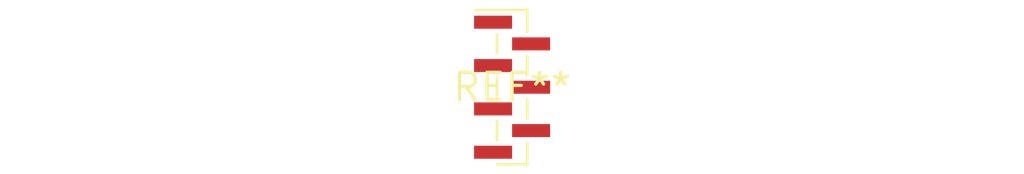
<source format=kicad_pcb>
(kicad_pcb (version 20240108) (generator pcbnew)
  (layers (0 "F.Cu" signal) (31 "B.Cu" signal) (34 "B.Paste" user) (35 "F.Paste" user) (36 "B.SilkS" user "B.Silkscreen") (37 "F.SilkS" user "F.Silkscreen") (38 "B.Mask" user) (39 "F.Mask" user) (44 "Edge.Cuts" user))
  (net 0 "")
  (footprint "PinHeader_1x07_P1.00mm_Vertical_SMD_Pin1Left" (layer "F.Cu") (at 0 0)
    (property "Reference" "REF**")
    (property "Value" "PinHeader_1x07_P1.00mm_Vertical_SMD_Pin1Left")
    (fp_line (start -0.695 -3.56) (end -1.69 -3.56) (layer "F.SilkS") (stroke (width 0.12)))
    (fp_line (start -0.695 -3.56) (end -0.695 -3.56) (layer "F.SilkS") (stroke (width 0.12)))
    (fp_line (start -0.695 -3.56) (end 0.695 -3.56) (layer "F.SilkS") (stroke (width 0.12)))
    (fp_line (start -0.695 -2.44) (end -0.695 -1.56) (layer "F.SilkS") (stroke (width 0.12)))
    (fp_line (start -0.695 -0.44) (end -0.695 0.44) (layer "F.SilkS") (stroke (width 0.12)))
    (fp_line (start -0.695 1.56) (end -0.695 2.44) (layer "F.SilkS") (stroke (width 0.12)))
    (fp_line (start -0.695 3.56) (end 0.695 3.56) (layer "F.SilkS") (stroke (width 0.12)))
    (fp_line (start 0.695 -3.56) (end 0.695 -2.56) (layer "F.SilkS") (stroke (width 0.12)))
    (fp_line (start 0.695 -1.44) (end 0.695 -0.56) (layer "F.SilkS") (stroke (width 0.12)))
    (fp_line (start 0.695 0.56) (end 0.695 1.44) (layer "F.SilkS") (stroke (width 0.12)))
    (fp_line (start 0.695 2.56) (end 0.695 3.56) (layer "F.SilkS") (stroke (width 0.12)))
    (fp_line (start 0.695 3.56) (end 0.695 3.56) (layer "F.SilkS") (stroke (width 0.12)))
    (pad "1" smd rect (at -0.875 -3) (size 1.75 0.6) (layers "F.Cu" "F.Paste" "F.Mask"))
    (pad "2" smd rect (at 0.875 -2) (size 1.75 0.6) (layers "F.Cu" "F.Paste" "F.Mask"))
    (pad "3" smd rect (at -0.875 -1) (size 1.75 0.6) (layers "F.Cu" "F.Paste" "F.Mask"))
    (pad "4" smd rect (at 0.875 0) (size 1.75 0.6) (layers "F.Cu" "F.Paste" "F.Mask"))
    (pad "5" smd rect (at -0.875 1) (size 1.75 0.6) (layers "F.Cu" "F.Paste" "F.Mask"))
    (pad "6" smd rect (at 0.875 2) (size 1.75 0.6) (layers "F.Cu" "F.Paste" "F.Mask"))
    (pad "7" smd rect (at -0.875 3) (size 1.75 0.6) (layers "F.Cu" "F.Paste" "F.Mask"))
  )
)
</source>
